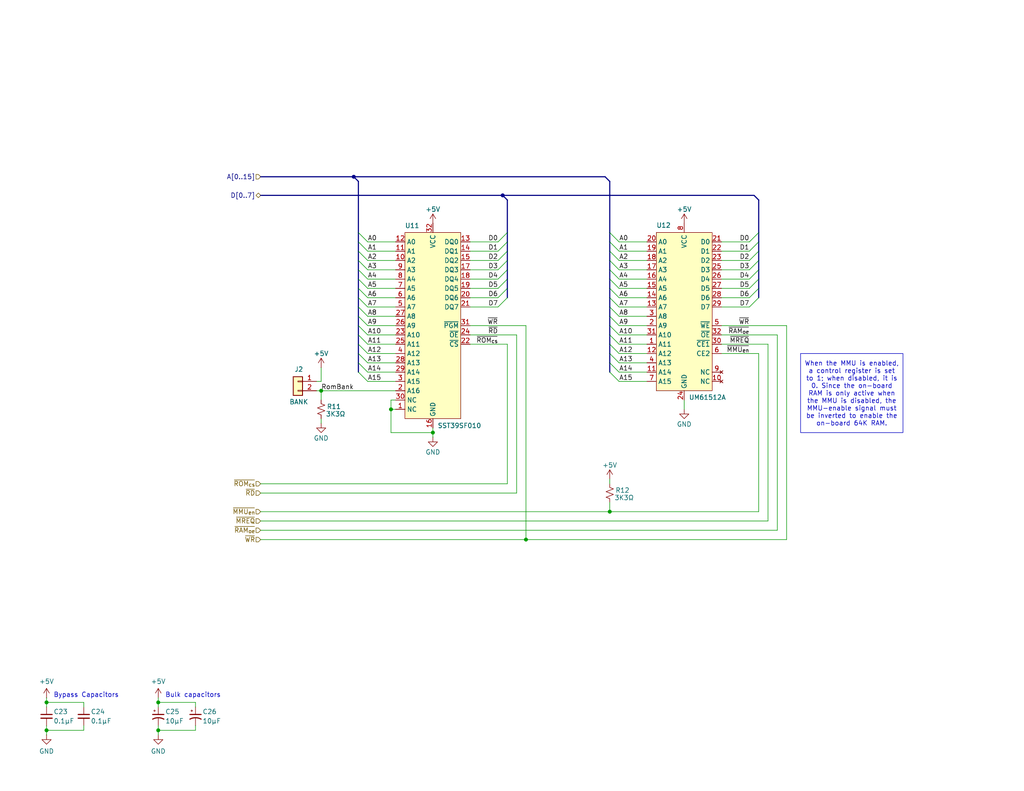
<source format=kicad_sch>
(kicad_sch (version 20250114) (generator "eeschema") (generator_version "9.0")
  (paper "USLetter")
  (title_block (title "Memory: Flash and RAM") (date "2026-02-07") (rev "2.0") (company "MicroHobbyist") (comment 1 "Frédéric Segard"))
  (lib_symbols
    (symbol "Connector_Generic:Conn_01x02" (pin_names (offset 1.016) (hide yes))
      (property "Reference" "J" (at 0 2.54 0))
      (property "Value" "Conn_01x02" (at 0 -5.08 0))
      (symbol "Conn_01x02_1_1"
        (rectangle (start -1.27 1.27) (end 1.27 -3.81) (stroke (width 0.254)) (fill (type background)))
        (rectangle (start -1.27 0.127) (end 0 -0.127) (stroke (width 0.1524)))
        (rectangle (start -1.27 -2.413) (end 0 -2.667) (stroke (width 0.1524)))
        (pin passive line (at -5.08 0 0) (length 3.81) (name "Pin_1") (number "1"))
        (pin passive line (at -5.08 -2.54 0) (length 3.81) (name "Pin_2") (number "2"))
      )
    )
    (symbol "Device:C_Polarized_Small_US" (pin_numbers (hide yes)) (pin_names (offset 0.254) (hide yes))
      (property "Reference" "C" (at 0.254 1.778 0))
      (property "Value" "C_Polarized_Small_US" (at 0.254 -2.032 0))
      (symbol "C_Polarized_Small_US_0_1"
        (polyline (pts (xy -1.524 0.508) (xy 1.524 0.508)) (stroke (width 0.3048)))
        (polyline (pts (xy -1.27 1.524) (xy -0.762 1.524)))
        (polyline (pts (xy -1.016 1.27) (xy -1.016 1.778)))
        (arc (start -1.524 -0.762) (mid 0 -0.3734) (end 1.524 -0.762) (stroke (width 0.3048)))
      )
      (symbol "C_Polarized_Small_US_1_1"
        (pin passive line (at 0 2.54 270) (length 2.032) (name "~") (number "1"))
        (pin passive line (at 0 -2.54 90) (length 2.032) (name "~") (number "2"))
      )
    )
    (symbol "Device:C_Small" (pin_numbers (hide yes)) (pin_names (offset 0.254) (hide yes))
      (property "Reference" "C" (at 0.254 1.778 0))
      (property "Value" "C_Small" (at 0.254 -2.032 0))
      (symbol "C_Small_0_1"
        (polyline (pts (xy -1.524 0.508) (xy 1.524 0.508)) (stroke (width 0.3048)))
        (polyline (pts (xy -1.524 -0.508) (xy 1.524 -0.508)) (stroke (width 0.3302)))
      )
      (symbol "C_Small_1_1"
        (pin passive line (at 0 2.54 270) (length 2.032) (name "~") (number "1"))
        (pin passive line (at 0 -2.54 90) (length 2.032) (name "~") (number "2"))
      )
    )
    (symbol "Device:R_Small_US" (pin_numbers (hide yes)) (pin_names (offset 0.254) (hide yes))
      (property "Reference" "R" (at 0.762 0.508 0))
      (property "Value" "R_Small_US" (at 0.762 -1.016 0))
      (symbol "R_Small_US_1_1"
        (polyline (pts (xy 0 1.524) (xy 1.016 1.143) (xy 0 0.762) (xy -1.016 0.381) (xy 0 0)))
        (polyline (pts (xy 0 0) (xy 1.016 -0.381) (xy 0 -0.762) (xy -1.016 -1.143) (xy 0 -1.524)))
        (pin passive line (at 0 2.54 270) (length 1.016) (name "~") (number "1"))
        (pin passive line (at 0 -2.54 90) (length 1.016) (name "~") (number "2"))
      )
    )
    (symbol "MicroHobbyist:SST39SF010"
      (property "Reference" "U" (at -7.62 0 0))
      (property "Value" "SST39SF010" (at 1.27 0 0))
      (symbol "SST39SF010_0_0"
        (pin power_in line (at 0 2.54 270) (length 2.54) (name "VCC") (number "32"))
        (pin power_in line (at 0 -53.34 90) (length 2.54) (name "GND") (number "16"))
      )
      (symbol "SST39SF010_0_1"
        (rectangle (start -7.62 0) (end 7.62 -50.8) (fill (type background)))
      )
      (symbol "SST39SF010_1_1"
        (pin input line (at -10.16 -2.54 0) (length 2.54) (name "A0") (number "12"))
        (pin input line (at -10.16 -5.08 0) (length 2.54) (name "A1") (number "11"))
        (pin input line (at -10.16 -7.62 0) (length 2.54) (name "A2") (number "10"))
        (pin input line (at -10.16 -10.16 0) (length 2.54) (name "A3") (number "9"))
        (pin input line (at -10.16 -12.7 0) (length 2.54) (name "A4") (number "8"))
        (pin input line (at -10.16 -15.24 0) (length 2.54) (name "A5") (number "7"))
        (pin input line (at -10.16 -17.78 0) (length 2.54) (name "A6") (number "6"))
        (pin input line (at -10.16 -20.32 0) (length 2.54) (name "A7") (number "5"))
        (pin input line (at -10.16 -22.86 0) (length 2.54) (name "A8") (number "27"))
        (pin input line (at -10.16 -25.4 0) (length 2.54) (name "A9") (number "26"))
        (pin input line (at -10.16 -27.94 0) (length 2.54) (name "A10") (number "23"))
        (pin input line (at -10.16 -30.48 0) (length 2.54) (name "A11") (number "25"))
        (pin input line (at -10.16 -33.02 0) (length 2.54) (name "A12") (number "4"))
        (pin input line (at -10.16 -35.56 0) (length 2.54) (name "A13") (number "28"))
        (pin input line (at -10.16 -38.1 0) (length 2.54) (name "A14") (number "29"))
        (pin input line (at -10.16 -40.64 0) (length 2.54) (name "A15") (number "3"))
        (pin input line (at -10.16 -43.18 0) (length 2.54) (name "A16") (number "2"))
        (pin input line (at -10.16 -45.72 0) (length 2.54) (name "NC") (number "30"))
        (pin input line (at -10.16 -48.26 0) (length 2.54) (name "NC") (number "1"))
        (pin tri_state line (at 10.16 -2.54 180) (length 2.54) (name "DQ0") (number "13"))
        (pin tri_state line (at 10.16 -5.08 180) (length 2.54) (name "DQ1") (number "14"))
        (pin tri_state line (at 10.16 -7.62 180) (length 2.54) (name "DQ2") (number "15"))
        (pin tri_state line (at 10.16 -10.16 180) (length 2.54) (name "DQ3") (number "17"))
        (pin tri_state line (at 10.16 -12.7 180) (length 2.54) (name "DQ4") (number "18"))
        (pin tri_state line (at 10.16 -15.24 180) (length 2.54) (name "DQ5") (number "19"))
        (pin tri_state line (at 10.16 -17.78 180) (length 2.54) (name "DQ6") (number "20"))
        (pin tri_state line (at 10.16 -20.32 180) (length 2.54) (name "DQ7") (number "21"))
        (pin input line (at 10.16 -25.4 180) (length 2.54) (name "~{PGM}") (number "31"))
        (pin input line (at 10.16 -27.94 180) (length 2.54) (name "~{OE}") (number "24"))
        (pin input line (at 10.16 -30.48 180) (length 2.54) (name "~{CS}") (number "22"))
      )
    )
    (symbol "MicroHobbyist:UM61512A"
      (property "Reference" "U" (at 7.874 0.508 0))
      (property "Value" "UM61512A" (at 0.508 -46.99 0))
      (symbol "UM61512A_0_0"
        (pin power_in line (at 0 -45.72 90) (length 2.54) (name "GND") (number "24"))
      )
      (symbol "UM61512A_0_1"
        (rectangle (start -7.62 0) (end 7.62 -43.18) (fill (type background)))
      )
      (symbol "UM61512A_1_0"
        (pin input line (at -10.16 -12.7 0) (length 2.54) (name "A4") (number "16"))
        (pin power_in line (at 0 2.54 270) (length 2.54) (name "VCC") (number "8"))
        (pin input line (at 10.16 -27.94 180) (length 2.54) (name "~{OE}") (number "32"))
      )
      (symbol "UM61512A_1_1"
        (pin input line (at -10.16 -2.54 0) (length 2.54) (name "A0") (number "20"))
        (pin input line (at -10.16 -5.08 0) (length 2.54) (name "A1") (number "19"))
        (pin input line (at -10.16 -7.62 0) (length 2.54) (name "A2") (number "18"))
        (pin input line (at -10.16 -10.16 0) (length 2.54) (name "A3") (number "17"))
        (pin input line (at -10.16 -15.24 0) (length 2.54) (name "A5") (number "15"))
        (pin input line (at -10.16 -17.78 0) (length 2.54) (name "A6") (number "14"))
        (pin input line (at -10.16 -20.32 0) (length 2.54) (name "A7") (number "13"))
        (pin input line (at -10.16 -22.86 0) (length 2.54) (name "A8") (number "3"))
        (pin input line (at -10.16 -25.4 0) (length 2.54) (name "A9") (number "2"))
        (pin input line (at -10.16 -27.94 0) (length 2.54) (name "A10") (number "31"))
        (pin input line (at -10.16 -30.48 0) (length 2.54) (name "A11") (number "1"))
        (pin input line (at -10.16 -33.02 0) (length 2.54) (name "A12") (number "12"))
        (pin input line (at -10.16 -35.56 0) (length 2.54) (name "A13") (number "4"))
        (pin input line (at -10.16 -38.1 0) (length 2.54) (name "A14") (number "11"))
        (pin input line (at -10.16 -40.64 0) (length 2.54) (name "A15") (number "7"))
        (pin bidirectional line (at 10.16 -2.54 180) (length 2.54) (name "D0") (number "21"))
        (pin bidirectional line (at 10.16 -5.08 180) (length 2.54) (name "D1") (number "22"))
        (pin bidirectional line (at 10.16 -7.62 180) (length 2.54) (name "D2") (number "23"))
        (pin bidirectional line (at 10.16 -10.16 180) (length 2.54) (name "D3") (number "25"))
        (pin bidirectional line (at 10.16 -12.7 180) (length 2.54) (name "D4") (number "26"))
        (pin bidirectional line (at 10.16 -15.24 180) (length 2.54) (name "D5") (number "27"))
        (pin bidirectional line (at 10.16 -17.78 180) (length 2.54) (name "D6") (number "28"))
        (pin bidirectional line (at 10.16 -20.32 180) (length 2.54) (name "D7") (number "29"))
        (pin input line (at 10.16 -25.4 180) (length 2.54) (name "~{WE}") (number "5"))
        (pin input line (at 10.16 -30.48 180) (length 2.54) (name "~{CE1}") (number "30"))
        (pin input line (at 10.16 -33.02 180) (length 2.54) (name "CE2") (number "6"))
        (pin no_connect line (at 10.16 -38.1 180) (length 2.54) (name "NC") (number "9"))
        (pin no_connect line (at 10.16 -40.64 180) (length 2.54) (name "NC") (number "10"))
      )
    )
    (symbol "power:+5V" (power) (pin_numbers (hide yes)) (pin_names (offset 0) (hide yes))
      (property "Value" "+5V" (at 0 3.556 0))
      (symbol "+5V_0_1"
        (polyline (pts (xy -0.762 1.27) (xy 0 2.54)))
        (polyline (pts (xy 0 2.54) (xy 0.762 1.27)))
        (polyline (pts (xy 0 0) (xy 0 2.54)))
      )
      (symbol "+5V_1_1"
        (pin power_in line (at 0 0 90) (length 0) (name "~") (number "1"))
      )
    )
    (symbol "power:GND" (power) (pin_numbers (hide yes)) (pin_names (offset 0) (hide yes))
      (property "Value" "GND" (at 0 -3.81 0))
      (symbol "GND_0_1"
        (polyline (pts (xy 0 0) (xy 0 -1.27) (xy 1.27 -1.27) (xy 0 -2.54) (xy -1.27 -1.27) (xy 0 -1.27)))
      )
      (symbol "GND_1_1"
        (pin power_in line (at 0 0 270) (length 0) (name "~") (number "1"))
      )
    )
  )
  (text "Bulk capacitors" (at 45.085 189.865 0) (effects (font (size 1.27 1.27)) (justify left)))
  (text "Bypass Capacitors" (at 14.605 189.865 0) (effects (font (size 1.27 1.27)) (justify left)))
  (text_box "When the MMU is enabled, a control register is set to 1; when disabled, it is 0. Since the on-board RAM is only active when the MMU is disabled, the MMU-enable signal must be inverted to enable the on-board 64K RAM." (at 218.44 96.52 0) (size 27.94 21.59) (margins 0.9525 0.9525 0.9525 0.9525) (effects (font (size 1.27 1.27))))
  (junction (at 96.52 48.26))
  (junction (at 137.16 53.34))
  (junction (at 12.7 191.77))
  (junction (at 143.51 147.32))
  (junction (at 43.18 191.77))
  (junction (at 166.37 139.7))
  (junction (at 43.18 199.39))
  (junction (at 12.7 199.39))
  (junction (at 118.11 118.11))
  (junction (at 87.63 106.68))
  (junction (at 106.68 111.76))
  (bus_entry (at 97.79 91.44) (size 2.54 2.54))
  (bus_entry (at 97.79 86.36) (size 2.54 2.54))
  (bus_entry (at 138.43 78.74) (size -2.54 2.54))
  (bus_entry (at 166.37 91.44) (size 2.54 2.54))
  (bus_entry (at 138.43 81.28) (size -2.54 2.54))
  (bus_entry (at 97.79 76.2) (size 2.54 2.54))
  (bus_entry (at 207.01 76.2) (size -2.54 2.54))
  (bus_entry (at 207.01 66.04) (size -2.54 2.54))
  (bus_entry (at 166.37 71.12) (size 2.54 2.54))
  (bus_entry (at 97.79 99.06) (size 2.54 2.54))
  (bus_entry (at 97.79 71.12) (size 2.54 2.54))
  (bus_entry (at 166.37 86.36) (size 2.54 2.54))
  (bus_entry (at 166.37 73.66) (size 2.54 2.54))
  (bus_entry (at 138.43 66.04) (size -2.54 2.54))
  (bus_entry (at 207.01 68.58) (size -2.54 2.54))
  (bus_entry (at 97.79 78.74) (size 2.54 2.54))
  (bus_entry (at 138.43 71.12) (size -2.54 2.54))
  (bus_entry (at 97.79 68.58) (size 2.54 2.54))
  (bus_entry (at 207.01 81.28) (size -2.54 2.54))
  (bus_entry (at 204.47 66.04) (size 2.54 -2.54))
  (bus_entry (at 166.37 83.82) (size 2.54 2.54))
  (bus_entry (at 97.79 81.28) (size 2.54 2.54))
  (bus_entry (at 138.43 73.66) (size -2.54 2.54))
  (bus_entry (at 135.89 66.04) (size 2.54 -2.54))
  (bus_entry (at 166.37 63.5) (size 2.54 2.54))
  (bus_entry (at 207.01 73.66) (size -2.54 2.54))
  (bus_entry (at 97.79 66.04) (size 2.54 2.54))
  (bus_entry (at 166.37 101.6) (size 2.54 2.54))
  (bus_entry (at 166.37 78.74) (size 2.54 2.54))
  (bus_entry (at 97.79 93.98) (size 2.54 2.54))
  (bus_entry (at 166.37 81.28) (size 2.54 2.54))
  (bus_entry (at 207.01 71.12) (size -2.54 2.54))
  (bus_entry (at 166.37 99.06) (size 2.54 2.54))
  (bus_entry (at 166.37 66.04) (size 2.54 2.54))
  (bus_entry (at 97.79 88.9) (size 2.54 2.54))
  (bus_entry (at 97.79 73.66) (size 2.54 2.54))
  (bus_entry (at 97.79 83.82) (size 2.54 2.54))
  (bus_entry (at 97.79 96.52) (size 2.54 2.54))
  (bus_entry (at 97.79 101.6) (size 2.54 2.54))
  (bus_entry (at 97.79 63.5) (size 2.54 2.54))
  (bus_entry (at 166.37 96.52) (size 2.54 2.54))
  (bus_entry (at 207.01 78.74) (size -2.54 2.54))
  (bus_entry (at 138.43 68.58) (size -2.54 2.54))
  (bus_entry (at 166.37 76.2) (size 2.54 2.54))
  (bus_entry (at 166.37 68.58) (size 2.54 2.54))
  (bus_entry (at 138.43 76.2) (size -2.54 2.54))
  (bus_entry (at 166.37 88.9) (size 2.54 2.54))
  (bus_entry (at 166.37 93.98) (size 2.54 2.54))
  (wire (pts (xy 100.33 66.04) (xy 107.95 66.04)))
  (bus (pts (xy 97.79 63.5) (xy 97.79 49.53)))
  (bus (pts (xy 138.43 73.66) (xy 138.43 76.2)))
  (wire (pts (xy 100.33 68.58) (xy 107.95 68.58)))
  (wire (pts (xy 212.09 91.44) (xy 212.09 144.78)))
  (wire (pts (xy 196.85 93.98) (xy 209.55 93.98)))
  (wire (pts (xy 143.51 147.32) (xy 214.63 147.32)))
  (wire (pts (xy 43.18 191.77) (xy 53.34 191.77)))
  (bus (pts (xy 166.37 73.66) (xy 166.37 76.2)))
  (bus (pts (xy 166.37 71.12) (xy 166.37 73.66)))
  (wire (pts (xy 100.33 83.82) (xy 107.95 83.82)))
  (wire (pts (xy 135.89 66.04) (xy 128.27 66.04)))
  (bus (pts (xy 138.43 63.5) (xy 138.43 66.04)))
  (bus (pts (xy 207.01 71.12) (xy 207.01 73.66)))
  (wire (pts (xy 168.91 88.9) (xy 176.53 88.9)))
  (bus (pts (xy 97.79 81.28) (xy 97.79 83.82)))
  (wire (pts (xy 86.36 106.68) (xy 87.63 106.68)))
  (bus (pts (xy 207.01 78.74) (xy 207.01 81.28)))
  (wire (pts (xy 214.63 88.9) (xy 214.63 147.32)))
  (wire (pts (xy 106.68 109.22) (xy 107.95 109.22)))
  (wire (pts (xy 168.91 78.74) (xy 176.53 78.74)))
  (bus (pts (xy 166.37 88.9) (xy 166.37 91.44)))
  (wire (pts (xy 168.91 81.28) (xy 176.53 81.28)))
  (wire (pts (xy 100.33 73.66) (xy 107.95 73.66)))
  (wire (pts (xy 118.11 118.11) (xy 118.11 119.38)))
  (bus (pts (xy 97.79 73.66) (xy 97.79 76.2)))
  (wire (pts (xy 100.33 99.06) (xy 107.95 99.06)))
  (wire (pts (xy 87.63 106.68) (xy 107.95 106.68)))
  (wire (pts (xy 100.33 96.52) (xy 107.95 96.52)))
  (wire (pts (xy 12.7 199.39) (xy 22.86 199.39)))
  (bus (pts (xy 138.43 54.61) (xy 137.16 53.34)))
  (wire (pts (xy 168.91 86.36) (xy 176.53 86.36)))
  (bus (pts (xy 97.79 88.9) (xy 97.79 91.44)))
  (wire (pts (xy 135.89 83.82) (xy 128.27 83.82)))
  (wire (pts (xy 87.63 106.68) (xy 87.63 109.22)))
  (bus (pts (xy 97.79 93.98) (xy 97.79 96.52)))
  (wire (pts (xy 87.63 114.3) (xy 87.63 115.57)))
  (wire (pts (xy 106.68 111.76) (xy 106.68 118.11)))
  (bus (pts (xy 138.43 71.12) (xy 138.43 73.66)))
  (wire (pts (xy 196.85 91.44) (xy 212.09 91.44)))
  (wire (pts (xy 12.7 199.39) (xy 12.7 200.66)))
  (bus (pts (xy 71.12 48.26) (xy 96.52 48.26)))
  (wire (pts (xy 100.33 93.98) (xy 107.95 93.98)))
  (wire (pts (xy 71.12 147.32) (xy 143.51 147.32)))
  (bus (pts (xy 97.79 99.06) (xy 97.79 101.6)))
  (bus (pts (xy 166.37 66.04) (xy 166.37 68.58)))
  (bus (pts (xy 138.43 66.04) (xy 138.43 68.58)))
  (bus (pts (xy 138.43 78.74) (xy 138.43 81.28)))
  (wire (pts (xy 71.12 134.62) (xy 140.97 134.62)))
  (wire (pts (xy 128.27 93.98) (xy 138.43 93.98)))
  (wire (pts (xy 100.33 71.12) (xy 107.95 71.12)))
  (wire (pts (xy 100.33 78.74) (xy 107.95 78.74)))
  (bus (pts (xy 97.79 78.74) (xy 97.79 81.28)))
  (wire (pts (xy 135.89 73.66) (xy 128.27 73.66)))
  (wire (pts (xy 100.33 101.6) (xy 107.95 101.6)))
  (bus (pts (xy 97.79 76.2) (xy 97.79 78.74)))
  (bus (pts (xy 207.01 63.5) (xy 207.01 66.04)))
  (bus (pts (xy 96.52 48.26) (xy 165.1 48.26)))
  (wire (pts (xy 53.34 191.77) (xy 53.34 193.04)))
  (bus (pts (xy 97.79 49.53) (xy 96.52 48.26)))
  (bus (pts (xy 97.79 66.04) (xy 97.79 68.58)))
  (bus (pts (xy 97.79 86.36) (xy 97.79 88.9)))
  (wire (pts (xy 204.47 68.58) (xy 196.85 68.58)))
  (bus (pts (xy 97.79 68.58) (xy 97.79 71.12)))
  (bus (pts (xy 207.01 73.66) (xy 207.01 76.2)))
  (wire (pts (xy 100.33 81.28) (xy 107.95 81.28)))
  (wire (pts (xy 43.18 199.39) (xy 53.34 199.39)))
  (bus (pts (xy 138.43 76.2) (xy 138.43 78.74)))
  (wire (pts (xy 87.63 100.33) (xy 87.63 104.14)))
  (wire (pts (xy 204.47 81.28) (xy 196.85 81.28)))
  (wire (pts (xy 166.37 139.7) (xy 207.01 139.7)))
  (wire (pts (xy 100.33 91.44) (xy 107.95 91.44)))
  (wire (pts (xy 168.91 68.58) (xy 176.53 68.58)))
  (wire (pts (xy 209.55 93.98) (xy 209.55 142.24)))
  (wire (pts (xy 12.7 191.77) (xy 22.86 191.77)))
  (wire (pts (xy 196.85 88.9) (xy 214.63 88.9)))
  (wire (pts (xy 86.36 104.14) (xy 87.63 104.14)))
  (wire (pts (xy 22.86 198.12) (xy 22.86 199.39)))
  (wire (pts (xy 204.47 78.74) (xy 196.85 78.74)))
  (bus (pts (xy 138.43 63.5) (xy 138.43 54.61)))
  (wire (pts (xy 168.91 91.44) (xy 176.53 91.44)))
  (bus (pts (xy 207.01 66.04) (xy 207.01 68.58)))
  (bus (pts (xy 166.37 63.5) (xy 166.37 66.04)))
  (bus (pts (xy 166.37 93.98) (xy 166.37 96.52)))
  (wire (pts (xy 204.47 83.82) (xy 196.85 83.82)))
  (bus (pts (xy 97.79 63.5) (xy 97.79 66.04)))
  (bus (pts (xy 97.79 96.52) (xy 97.79 99.06)))
  (bus (pts (xy 97.79 83.82) (xy 97.79 86.36)))
  (bus (pts (xy 207.01 54.61) (xy 205.74 53.34)))
  (wire (pts (xy 71.12 139.7) (xy 166.37 139.7)))
  (bus (pts (xy 166.37 76.2) (xy 166.37 78.74)))
  (bus (pts (xy 166.37 91.44) (xy 166.37 93.98)))
  (wire (pts (xy 128.27 91.44) (xy 140.97 91.44)))
  (wire (pts (xy 204.47 71.12) (xy 196.85 71.12)))
  (bus (pts (xy 97.79 71.12) (xy 97.79 73.66)))
  (wire (pts (xy 168.91 76.2) (xy 176.53 76.2)))
  (wire (pts (xy 22.86 191.77) (xy 22.86 193.04)))
  (wire (pts (xy 43.18 190.5) (xy 43.18 191.77)))
  (bus (pts (xy 71.12 53.34) (xy 137.16 53.34)))
  (bus (pts (xy 166.37 78.74) (xy 166.37 81.28)))
  (wire (pts (xy 100.33 86.36) (xy 107.95 86.36)))
  (wire (pts (xy 106.68 118.11) (xy 118.11 118.11)))
  (wire (pts (xy 140.97 91.44) (xy 140.97 134.62)))
  (wire (pts (xy 166.37 130.81) (xy 166.37 132.08)))
  (wire (pts (xy 100.33 76.2) (xy 107.95 76.2)))
  (bus (pts (xy 207.01 68.58) (xy 207.01 71.12)))
  (wire (pts (xy 168.91 71.12) (xy 176.53 71.12)))
  (wire (pts (xy 168.91 73.66) (xy 176.53 73.66)))
  (wire (pts (xy 12.7 191.77) (xy 12.7 193.04)))
  (wire (pts (xy 138.43 93.98) (xy 138.43 132.08)))
  (bus (pts (xy 97.79 91.44) (xy 97.79 93.98)))
  (wire (pts (xy 100.33 104.14) (xy 107.95 104.14)))
  (bus (pts (xy 207.01 76.2) (xy 207.01 78.74)))
  (wire (pts (xy 12.7 190.5) (xy 12.7 191.77)))
  (bus (pts (xy 166.37 68.58) (xy 166.37 71.12)))
  (wire (pts (xy 186.69 111.76) (xy 186.69 109.22)))
  (wire (pts (xy 71.12 144.78) (xy 212.09 144.78)))
  (bus (pts (xy 166.37 96.52) (xy 166.37 99.06)))
  (bus (pts (xy 166.37 49.53) (xy 165.1 48.26)))
  (wire (pts (xy 128.27 88.9) (xy 143.51 88.9)))
  (bus (pts (xy 166.37 86.36) (xy 166.37 88.9)))
  (wire (pts (xy 168.91 83.82) (xy 176.53 83.82)))
  (bus (pts (xy 166.37 63.5) (xy 166.37 49.53)))
  (wire (pts (xy 43.18 191.77) (xy 43.18 193.04)))
  (wire (pts (xy 168.91 99.06) (xy 176.53 99.06)))
  (wire (pts (xy 135.89 71.12) (xy 128.27 71.12)))
  (wire (pts (xy 204.47 66.04) (xy 196.85 66.04)))
  (wire (pts (xy 135.89 78.74) (xy 128.27 78.74)))
  (wire (pts (xy 168.91 66.04) (xy 176.53 66.04)))
  (bus (pts (xy 137.16 53.34) (xy 205.74 53.34)))
  (bus (pts (xy 166.37 81.28) (xy 166.37 83.82)))
  (wire (pts (xy 143.51 88.9) (xy 143.51 147.32)))
  (wire (pts (xy 43.18 198.12) (xy 43.18 199.39)))
  (wire (pts (xy 207.01 96.52) (xy 207.01 139.7)))
  (bus (pts (xy 166.37 99.06) (xy 166.37 101.6)))
  (wire (pts (xy 12.7 198.12) (xy 12.7 199.39)))
  (wire (pts (xy 71.12 142.24) (xy 209.55 142.24)))
  (wire (pts (xy 135.89 76.2) (xy 128.27 76.2)))
  (wire (pts (xy 168.91 93.98) (xy 176.53 93.98)))
  (wire (pts (xy 106.68 109.22) (xy 106.68 111.76)))
  (wire (pts (xy 204.47 76.2) (xy 196.85 76.2)))
  (wire (pts (xy 118.11 116.84) (xy 118.11 118.11)))
  (wire (pts (xy 166.37 137.16) (xy 166.37 139.7)))
  (wire (pts (xy 204.47 73.66) (xy 196.85 73.66)))
  (bus (pts (xy 207.01 54.61) (xy 207.01 63.5)))
  (bus (pts (xy 166.37 83.82) (xy 166.37 86.36)))
  (bus (pts (xy 138.43 68.58) (xy 138.43 71.12)))
  (wire (pts (xy 53.34 198.12) (xy 53.34 199.39)))
  (wire (pts (xy 135.89 68.58) (xy 128.27 68.58)))
  (wire (pts (xy 135.89 81.28) (xy 128.27 81.28)))
  (wire (pts (xy 196.85 96.52) (xy 207.01 96.52)))
  (wire (pts (xy 71.12 132.08) (xy 138.43 132.08)))
  (wire (pts (xy 168.91 96.52) (xy 176.53 96.52)))
  (wire (pts (xy 43.18 199.39) (xy 43.18 200.66)))
  (wire (pts (xy 100.33 88.9) (xy 107.95 88.9)))
  (wire (pts (xy 106.68 111.76) (xy 107.95 111.76)))
  (wire (pts (xy 168.91 101.6) (xy 176.53 101.6)))
  (wire (pts (xy 168.91 104.14) (xy 176.53 104.14)))
  (label "D4" (at 204.47 76.2 180))
  (label "A1" (at 100.33 68.58 0))
  (label "A14" (at 100.33 101.6 0))
  (label "A10" (at 168.91 91.44 0))
  (label "A2" (at 100.33 71.12 0))
  (label "D1" (at 204.47 68.58 180))
  (label "D5" (at 135.89 78.74 180))
  (label "A6" (at 168.91 81.28 0))
  (label "A11" (at 100.33 93.98 0))
  (label "A7" (at 168.91 83.82 0))
  (label "RomBank" (at 87.63 106.68 0))
  (label "A4" (at 100.33 76.2 0))
  (label "D7" (at 204.47 83.82 180))
  (label "A10" (at 100.33 91.44 0))
  (label "A8" (at 100.33 86.36 0))
  (label "A12" (at 100.33 96.52 0))
  (label "A13" (at 168.91 99.06 0))
  (label "A8" (at 168.91 86.36 0))
  (label "A9" (at 168.91 88.9 0))
  (label "A0" (at 100.33 66.04 0))
  (label "~{MREQ}" (at 204.47 93.98 180))
  (label "A3" (at 100.33 73.66 0))
  (label "D4" (at 135.89 76.2 180))
  (label "D7" (at 135.89 83.82 180))
  (label "D1" (at 135.89 68.58 180))
  (label "D2" (at 204.47 71.12 180))
  (label "A1" (at 168.91 68.58 0))
  (label "D3" (at 204.47 73.66 180))
  (label "A15" (at 168.91 104.14 0))
  (label "~{MMU_{en}}" (at 204.47 96.52 180))
  (label "A14" (at 168.91 101.6 0))
  (label "A2" (at 168.91 71.12 0))
  (label "~{RD}" (at 135.89 91.44 180))
  (label "A7" (at 100.33 83.82 0))
  (label "A5" (at 100.33 78.74 0))
  (label "D5" (at 204.47 78.74 180))
  (label "~{WR}" (at 135.89 88.9 180))
  (label "D6" (at 204.47 81.28 180))
  (label "A5" (at 168.91 78.74 0))
  (label "A9" (at 100.33 88.9 0))
  (label "~{ROM_{cs}}" (at 135.89 93.98 180))
  (label "A3" (at 168.91 73.66 0))
  (label "A6" (at 100.33 81.28 0))
  (label "A13" (at 100.33 99.06 0))
  (label "A11" (at 168.91 93.98 0))
  (label "D0" (at 204.47 66.04 180))
  (label "~{WR}" (at 204.47 88.9 180))
  (label "A15" (at 100.33 104.14 0))
  (label "~{RAM_{oe}}" (at 204.47 91.44 180))
  (label "A0" (at 168.91 66.04 0))
  (label "A4" (at 168.91 76.2 0))
  (label "D2" (at 135.89 71.12 180))
  (label "D0" (at 135.89 66.04 180))
  (label "A12" (at 168.91 96.52 0))
  (label "D3" (at 135.89 73.66 180))
  (label "D6" (at 135.89 81.28 180))
  (hierarchical_label "~{ROM_{cs}}" (shape input) (at 71.12 132.08 180))
  (hierarchical_label "~{WR}" (shape input) (at 71.12 147.32 180))
  (hierarchical_label "~{RAM_{oe}}" (shape input) (at 71.12 144.78 180))
  (hierarchical_label "~{MREQ}" (shape input) (at 71.12 142.24 180))
  (hierarchical_label "~{RD}" (shape input) (at 71.12 134.62 180))
  (hierarchical_label "A[0..15]" (shape input) (at 71.12 48.26 180))
  (hierarchical_label "D[0..7]" (shape bidirectional) (at 71.12 53.34 180))
  (hierarchical_label "~{MMU_{en}}" (shape input) (at 71.12 139.7 180))
  (symbol (lib_id "Device:C_Small") (at 12.7 195.58 0) (unit 1)
    (property "Reference" "C23" (at 14.605 194.31 0) (effects (justify left)))
    (property "Value" "0.1µF" (at 14.605 196.85 0) (effects (justify left)))
    (property "Description" "Unpolarized capacitor, small symbol" (effects (hide yes)))
  )
  (symbol (lib_id "power:+5V") (at 166.37 130.81 0) (unit 1)
    (property "Reference" "#PWR055" (effects (hide yes)))
    (property "Value" "+5V" (at 166.37 127 0))
    (property "Description" "Power symbol creates a global label with name \"+5V\"" (effects (hide yes)))
  )
  (symbol (lib_id "MicroHobbyist:SST39SF010") (at 118.11 63.5 0) (unit 1)
    (property "Reference" "U11" (at 110.49 61.595 0) (effects (justify left)))
    (property "Value" "SST39SF010" (at 119.38 116.205 0) (effects (justify left)))
    (property "Footprint" "Package_DIP:DIP-32_W15.24mm" (effects (hide yes)))
    (property "Datasheet" "https://ww1.microchip.com/downloads/en/DeviceDoc/20005022C.pdf" (effects (hide yes)))
    (property "Description" "128K x 8 Low Power CMOS NOE FLASH, DIP-32" (effects (hide yes)))
  )
  (symbol (lib_id "power:+5V") (at 12.7 190.5 0) (unit 1)
    (property "Reference" "#PWR056" (effects (hide yes)))
    (property "Value" "+5V" (at 12.7 186.055 0))
    (property "Description" "Power symbol creates a global label with name \"+5V\"" (effects (hide yes)))
  )
  (symbol (lib_id "power:+5V") (at 118.11 60.96 0) (unit 1)
    (property "Reference" "#PWR050" (effects (hide yes)))
    (property "Value" "+5V" (at 118.11 57.15 0))
    (property "Description" "Power symbol creates a global label with name \"+5V\"" (effects (hide yes)))
  )
  (symbol (lib_id "power:GND") (at 12.7 200.66 0) (unit 1)
    (property "Reference" "#PWR057" (effects (hide yes)))
    (property "Value" "GND" (at 12.7 205.105 0))
    (property "Description" "Power symbol creates a global label with name \"GND\" , ground" (effects (hide yes)))
  )
  (symbol (lib_id "Device:C_Polarized_Small_US") (at 53.34 195.58 0) (unit 1)
    (property "Reference" "C26" (at 55.245 194.31 0) (effects (justify left)))
    (property "Value" "10µF" (at 55.245 196.85 0) (effects (justify left)))
    (property "Description" "Polarized capacitor, small US symbol" (effects (hide yes)))
  )
  (symbol (lib_id "Connector_Generic:Conn_01x02") (at 81.28 104.14 0) (mirror y) (unit 1)
    (property "Reference" "J2" (at 81.534 100.838 0))
    (property "Value" "BANK" (at 81.534 109.728 0))
    (property "Footprint" "Connector_PinHeader_2.54mm:PinHeader_1x02_P2.54mm_Vertical" (effects (hide yes)))
    (property "Description" "Generic connector, single row, 01x02, script generated (kicad-library-utils/schlib/autogen/connector/)" (effects (hide yes)))
    (property "Field5" "Phoenix" (effects (hide yes)))
  )
  (symbol (lib_id "power:GND") (at 43.18 200.66 0) (unit 1)
    (property "Reference" "#PWR059" (effects (hide yes)))
    (property "Value" "GND" (at 43.18 205.105 0))
    (property "Description" "Power symbol creates a global label with name \"GND\" , ground" (effects (hide yes)))
  )
  (symbol (lib_id "Device:R_Small_US") (at 166.37 134.62 0) (unit 1)
    (property "Reference" "R12" (at 167.894 133.858 0) (effects (justify left)))
    (property "Value" "3K3Ω" (at 167.64 135.89 0) (effects (justify left)))
    (property "Footprint" "Resistor_THT:R_Axial_DIN0204_L3.6mm_D1.6mm_P7.62mm_Horizontal" (effects (hide yes)))
    (property "Description" "Resistor, small US symbol" (effects (hide yes)))
  )
  (symbol (lib_id "Device:C_Small") (at 22.86 195.58 0) (unit 1)
    (property "Reference" "C24" (at 24.765 194.31 0) (effects (justify left)))
    (property "Value" "0.1µF" (at 24.765 196.85 0) (effects (justify left)))
    (property "Description" "Unpolarized capacitor, small symbol" (effects (hide yes)))
  )
  (symbol (lib_id "power:GND") (at 186.69 111.76 0) (unit 1)
    (property "Reference" "#PWR054" (effects (hide yes)))
    (property "Value" "GND" (at 186.69 115.824 0))
    (property "Description" "Power symbol creates a global label with name \"GND\" , ground" (effects (hide yes)))
  )
  (symbol (lib_id "power:GND") (at 118.11 119.38 0) (unit 1)
    (property "Reference" "#PWR051" (effects (hide yes)))
    (property "Value" "GND" (at 118.11 123.444 0))
    (property "Description" "Power symbol creates a global label with name \"GND\" , ground" (effects (hide yes)))
  )
  (symbol (lib_id "MicroHobbyist:UM61512A") (at 186.69 63.5 0) (unit 1)
    (property "Reference" "U12" (at 179.07 62.23 0) (effects (justify left bottom)))
    (property "Value" "UM61512A" (at 187.96 109.22 0) (effects (justify left bottom)))
    (property "Footprint" "Package_DIP:DIP-32_W7.62mm" (effects (hide yes)))
    (property "Datasheet" "https://www.alldatasheet.com/datasheet-pdf/download/107817/UMC/UM61512AK-15.html" (effects (hide yes)))
    (property "Description" "64K x 8 Low Power CMOS RAM, DIP-32" (effects (hide yes)))
  )
  (symbol (lib_id "Device:C_Polarized_Small_US") (at 43.18 195.58 0) (unit 1)
    (property "Reference" "C25" (at 45.085 194.31 0) (effects (justify left)))
    (property "Value" "10µF" (at 45.085 196.85 0) (effects (justify left)))
    (property "Description" "Polarized capacitor, small US symbol" (effects (hide yes)))
  )
  (symbol (lib_id "power:+5V") (at 87.63 100.33 0) (unit 1)
    (property "Reference" "#PWR048" (effects (hide yes)))
    (property "Value" "+5V" (at 87.63 96.52 0))
    (property "Description" "Power symbol creates a global label with name \"+5V\"" (effects (hide yes)))
  )
  (symbol (lib_id "power:GND") (at 87.63 115.57 0) (unit 1)
    (property "Reference" "#PWR049" (effects (hide yes)))
    (property "Value" "GND" (at 87.63 119.634 0))
    (property "Description" "Power symbol creates a global label with name \"GND\" , ground" (effects (hide yes)))
  )
  (symbol (lib_id "power:+5V") (at 43.18 190.5 0) (unit 1)
    (property "Reference" "#PWR058" (effects (hide yes)))
    (property "Value" "+5V" (at 43.18 186.055 0))
    (property "Description" "Power symbol creates a global label with name \"+5V\"" (effects (hide yes)))
  )
  (symbol (lib_id "Device:R_Small_US") (at 87.63 111.76 0) (unit 1)
    (property "Reference" "R11" (at 89.154 110.998 0) (effects (justify left)))
    (property "Value" "3K3Ω" (at 88.9 113.03 0) (effects (justify left)))
    (property "Footprint" "Resistor_THT:R_Axial_DIN0204_L3.6mm_D1.6mm_P7.62mm_Horizontal" (effects (hide yes)))
    (property "Description" "Resistor, small US symbol" (effects (hide yes)))
  )
  (symbol (lib_id "power:+5V") (at 186.69 60.96 0) (unit 1)
    (property "Reference" "#PWR053" (effects (hide yes)))
    (property "Value" "+5V" (at 186.69 57.15 0))
    (property "Description" "Power symbol creates a global label with name \"+5V\"" (effects (hide yes)))
  )
)
</source>
